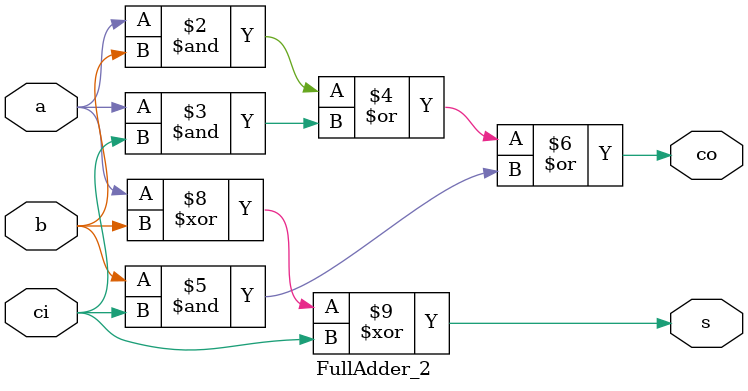
<source format=v>
module FullAdder_2 (
    input wire a,
    input wire b,
    input wire ci,
    output reg co,
    output reg s
);
    always @(a, b, ci) begin: assig_process_co
        co = a & b | (a & ci) | (b & ci);
    end
    always @(a, b, ci) begin: assig_process_s
        s = a ^ b ^ ci;
    end
endmodule
</source>
